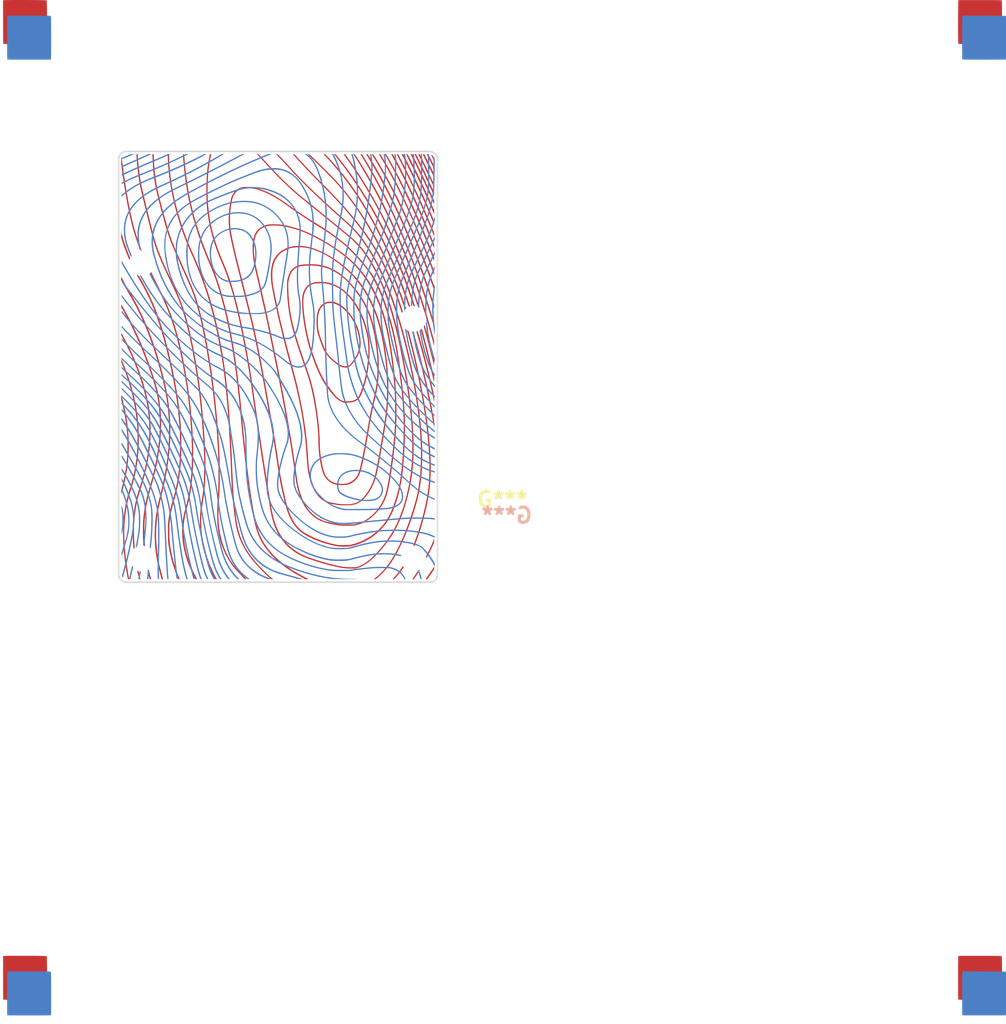
<source format=kicad_pcb>
(kicad_pcb (version 20210228) (generator pcbnew)
  (title_block (rev "1") (company "@e3w2q"))
  (layers (0 "F.Cu" signal) (31 "B.Cu" signal) (34 "B.Paste" user) (35 "F.Paste" user) (36 "B.SilkS" user "B.Silkscreen") (37 "F.SilkS" user "F.Silkscreen") (38 "B.Mask" user) (39 "F.Mask" user) (44 "Edge.Cuts" user))
  (net 0 "")
  (footprint "" (layer "F.Cu") (at 86.121394 88.899917)
    (fp_text reference "")
    (fp_text value "")
  )
  (footprint "#footprint:promicro_pattern_a2" (layer "F.Cu") (at 94.975 83.075)
    (fp_text reference "G***")
    (fp_text value "LOGO" hide)
  )
  (footprint "" (layer "F.Cu") (at 59.133894 59.531199)
    (fp_text reference "")
    (fp_text value "")
  )
  (footprint "" (layer "F.Cu") (at 59.133894 88.899917)
    (fp_text reference "")
    (fp_text value "")
  )
  (footprint "" (layer "F.Cu") (at 86.121394 65.087417)
    (fp_text reference "")
    (fp_text value "")
  )
  (footprint "#footprint:promicro_pattern_b2" (layer "B.Cu") (at 95.398465 84.628271 180)
    (fp_text reference "G***")
    (fp_text value "LOGO" hide)
  )
  (gr_arc (start 57.54685 90.487449) (end 56.7531 90.487449) (angle -90) (layer "Edge.Cuts") (width 0.15))
  (gr_line (start 57.54685 48.418699) (end 87.70935 48.418699) (layer "Edge.Cuts") (width 0.15))
  (gr_line (start 88.5031 90.487449) (end 88.5031 49.212449) (layer "Edge.Cuts") (width 0.15))
  (gr_arc (start 57.54685 49.212449) (end 57.54685 48.418699) (angle -90) (layer "Edge.Cuts") (width 0.15))
  (gr_arc (start 87.70935 90.487449) (end 87.70935 91.281199) (angle -90) (layer "Edge.Cuts") (width 0.15))
  (gr_line (start 56.7531 90.487449) (end 56.7531 49.212449) (layer "Edge.Cuts") (width 0.15))
  (gr_line (start 87.70935 91.281199) (end 57.54685 91.281199) (layer "Edge.Cuts") (width 0.15))
  (gr_arc (start 87.70935 49.212449) (end 88.5031 49.212449) (angle -90) (layer "Edge.Cuts") (width 0.15))
)
</source>
